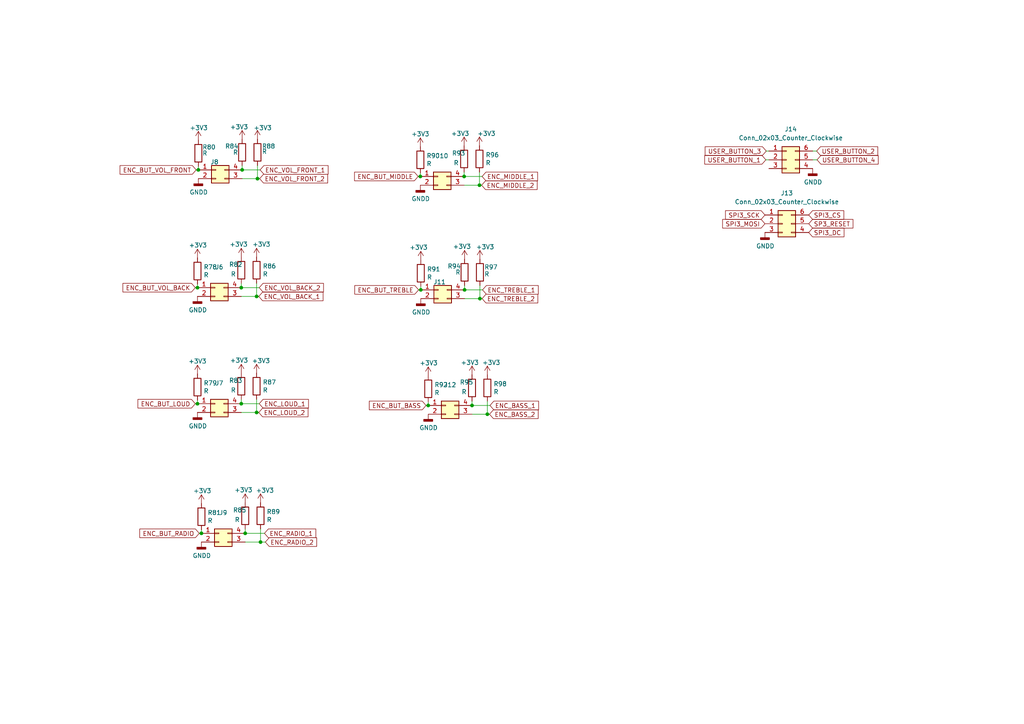
<source format=kicad_sch>
(kicad_sch (version 20211123) (generator eeschema)
  (paper "A4")
  (lib_symbols
    (symbol "Connector_Generic:Conn_02x02_Counter_Clockwise" (pin_names (offset 1.016) hide)
      (property "Reference" "J" (at 1.27 2.54 0))
      (property "Value" "Conn_02x02_Counter_Clockwise" (at 1.27 -5.08 0))
      (symbol "Conn_02x02_Counter_Clockwise_1_1"
        (rectangle (start -1.27 -2.413) (end 0 -2.667) (stroke (width 0.1524)))
        (rectangle (start -1.27 0.127) (end 0 -0.127) (stroke (width 0.1524)))
        (rectangle (start -1.27 1.27) (end 3.81 -3.81) (stroke (width 0.254)) (fill (type background)))
        (rectangle (start 3.81 -2.413) (end 2.54 -2.667) (stroke (width 0.1524)))
        (rectangle (start 3.81 0.127) (end 2.54 -0.127) (stroke (width 0.1524)))
        (pin passive line (at -5.08 0 0) (length 3.81) (name "Pin_1") (number "1"))
        (pin passive line (at -5.08 -2.54 0) (length 3.81) (name "Pin_2") (number "2"))
        (pin passive line (at 7.62 -2.54 180) (length 3.81) (name "Pin_3") (number "3"))
        (pin passive line (at 7.62 0 180) (length 3.81) (name "Pin_4") (number "4"))
      )
    )
    (symbol "Connector_Generic:Conn_02x03_Counter_Clockwise" (pin_names (offset 1.016) hide)
      (property "Reference" "J" (at 1.27 5.08 0))
      (property "Value" "Conn_02x03_Counter_Clockwise" (at 1.27 -5.08 0))
      (symbol "Conn_02x03_Counter_Clockwise_1_1"
        (rectangle (start -1.27 -2.413) (end 0 -2.667) (stroke (width 0.1524)))
        (rectangle (start -1.27 0.127) (end 0 -0.127) (stroke (width 0.1524)))
        (rectangle (start -1.27 2.667) (end 0 2.413) (stroke (width 0.1524)))
        (rectangle (start -1.27 3.81) (end 3.81 -3.81) (stroke (width 0.254)) (fill (type background)))
        (rectangle (start 3.81 -2.413) (end 2.54 -2.667) (stroke (width 0.1524)))
        (rectangle (start 3.81 0.127) (end 2.54 -0.127) (stroke (width 0.1524)))
        (rectangle (start 3.81 2.667) (end 2.54 2.413) (stroke (width 0.1524)))
        (pin passive line (at -5.08 2.54 0) (length 3.81) (name "Pin_1") (number "1"))
        (pin passive line (at -5.08 0 0) (length 3.81) (name "Pin_2") (number "2"))
        (pin passive line (at -5.08 -2.54 0) (length 3.81) (name "Pin_3") (number "3"))
        (pin passive line (at 7.62 -2.54 180) (length 3.81) (name "Pin_4") (number "4"))
        (pin passive line (at 7.62 0 180) (length 3.81) (name "Pin_5") (number "5"))
        (pin passive line (at 7.62 2.54 180) (length 3.81) (name "Pin_6") (number "6"))
      )
    )
    (symbol "Device:R" (pin_numbers hide) (pin_names (offset 0))
      (property "Reference" "R" (at 2.032 0 90))
      (property "Value" "R" (at 0 0 90))
      (symbol "R_0_1"
        (rectangle (start -1.016 -2.54) (end 1.016 2.54) (stroke (width 0.254)))
      )
      (symbol "R_1_1"
        (pin passive line (at 0 3.81 270) (length 1.27) (name "~") (number "1"))
        (pin passive line (at 0 -3.81 90) (length 1.27) (name "~") (number "2"))
      )
    )
    (symbol "power:+3.3V" (power) (pin_names (offset 0))
      (property "Value" "+3.3V" (at 0 3.556 0))
      (symbol "+3.3V_0_1"
        (polyline (pts (xy -0.762 1.27) (xy 0 2.54)))
        (polyline (pts (xy 0 0) (xy 0 2.54)))
        (polyline (pts (xy 0 2.54) (xy 0.762 1.27)))
      )
      (symbol "+3.3V_1_1"
        (pin power_in line (at 0 0 90) (length 0) hide (name "+3V3") (number "1"))
      )
    )
    (symbol "power:GNDD" (power) (pin_names (offset 0))
      (property "Value" "GNDD" (at 0 -3.175 0))
      (symbol "GNDD_0_1"
        (rectangle (start -1.27 -1.524) (end 1.27 -2.032) (stroke (width 0.254)) (fill (type outline)))
        (polyline (pts (xy 0 0) (xy 0 -1.524)))
      )
      (symbol "GNDD_1_1"
        (pin power_in line (at 0 0 270) (length 0) hide (name "GNDD") (number "1"))
      )
    )
  )
  (junction (at 121.92 51.181))
  (junction (at 57.531 49.276))
  (junction (at 74.422 85.979))
  (junction (at 71.12 154.686))
  (junction (at 124.206 117.602))
  (junction (at 70.231 49.276))
  (junction (at 139.065 53.721))
  (junction (at 75.565 157.226))
  (junction (at 141.351 120.142))
  (junction (at 57.277 117.094))
  (junction (at 57.277 83.439))
  (junction (at 139.192 86.614))
  (junction (at 122.047 84.074))
  (junction (at 136.906 117.602))
  (junction (at 134.62 51.181))
  (junction (at 69.977 117.094))
  (junction (at 69.977 83.439))
  (junction (at 74.676 51.816))
  (junction (at 134.747 84.074))
  (junction (at 74.422 119.634))
  (junction (at 58.42 154.686))
  (wire (pts (xy 222.25 43.815) (xy 223.012 43.815)))
  (wire (pts (xy 69.977 83.439) (xy 75.184 83.439)))
  (wire (pts (xy 134.62 51.181) (xy 139.827 51.181)))
  (wire (pts (xy 121.92 50.165) (xy 121.92 51.181)))
  (wire (pts (xy 69.977 119.634) (xy 74.422 119.634)))
  (wire (pts (xy 58.42 153.67) (xy 58.42 154.686)))
  (wire (pts (xy 122.047 83.058) (xy 122.047 84.074)))
  (wire (pts (xy 139.192 82.804) (xy 139.192 86.614)))
  (wire (pts (xy 57.277 82.423) (xy 57.277 83.439)))
  (wire (pts (xy 139.065 53.721) (xy 139.7 53.721)))
  (wire (pts (xy 70.231 51.816) (xy 74.676 51.816)))
  (wire (pts (xy 141.351 120.142) (xy 141.986 120.142)))
  (wire (pts (xy 69.977 85.979) (xy 74.422 85.979)))
  (wire (pts (xy 74.422 115.824) (xy 74.422 119.634)))
  (wire (pts (xy 123.571 117.602) (xy 124.206 117.602)))
  (wire (pts (xy 139.192 86.614) (xy 139.827 86.614)))
  (wire (pts (xy 71.12 153.416) (xy 71.12 154.686)))
  (wire (pts (xy 71.12 154.686) (xy 76.708 154.686)))
  (wire (pts (xy 136.906 120.142) (xy 141.351 120.142)))
  (wire (pts (xy 134.747 84.074) (xy 139.954 84.074)))
  (wire (pts (xy 134.747 82.804) (xy 134.747 84.074)))
  (wire (pts (xy 74.422 85.979) (xy 75.057 85.979)))
  (wire (pts (xy 75.565 157.226) (xy 76.962 157.226)))
  (wire (pts (xy 235.712 46.355) (xy 236.982 46.355)))
  (wire (pts (xy 136.906 117.602) (xy 142.113 117.602)))
  (wire (pts (xy 74.676 51.816) (xy 75.311 51.816)))
  (wire (pts (xy 56.642 83.439) (xy 57.277 83.439)))
  (wire (pts (xy 56.896 49.276) (xy 57.531 49.276)))
  (wire (pts (xy 69.977 117.094) (xy 75.184 117.094)))
  (wire (pts (xy 70.231 49.276) (xy 75.438 49.276)))
  (wire (pts (xy 56.642 117.094) (xy 57.277 117.094)))
  (wire (pts (xy 139.065 49.911) (xy 139.065 53.721)))
  (wire (pts (xy 74.422 82.169) (xy 74.422 85.979)))
  (wire (pts (xy 74.422 119.634) (xy 75.057 119.634)))
  (wire (pts (xy 134.62 49.911) (xy 134.62 51.181)))
  (wire (pts (xy 124.206 116.586) (xy 124.206 117.602)))
  (wire (pts (xy 136.906 116.332) (xy 136.906 117.602)))
  (wire (pts (xy 235.712 43.815) (xy 236.855 43.815)))
  (wire (pts (xy 134.747 86.614) (xy 139.192 86.614)))
  (wire (pts (xy 222.123 46.355) (xy 223.012 46.355)))
  (wire (pts (xy 141.351 116.332) (xy 141.351 120.142)))
  (wire (pts (xy 70.231 48.006) (xy 70.231 49.276)))
  (wire (pts (xy 69.977 115.824) (xy 69.977 117.094)))
  (wire (pts (xy 75.565 153.416) (xy 75.565 157.226)))
  (wire (pts (xy 134.62 53.721) (xy 139.065 53.721)))
  (wire (pts (xy 121.412 84.074) (xy 122.047 84.074)))
  (wire (pts (xy 74.676 48.006) (xy 74.676 51.816)))
  (wire (pts (xy 121.285 51.181) (xy 121.92 51.181)))
  (wire (pts (xy 57.785 154.686) (xy 58.42 154.686)))
  (wire (pts (xy 57.277 116.078) (xy 57.277 117.094)))
  (wire (pts (xy 69.977 82.169) (xy 69.977 83.439)))
  (wire (pts (xy 71.12 157.226) (xy 75.565 157.226)))
  (wire (pts (xy 57.531 48.26) (xy 57.531 49.276)))
  (global_label "ENC_VOL_FRONT_2" (shape input) (at 75.311 51.816 0) (property "Intersheet References" "${INTERSHEET_REFS}" (effects hide)))
  (global_label "ENC_MIDDLE_1" (shape input) (at 139.827 51.181 0) (property "Intersheet References" "${INTERSHEET_REFS}" (effects hide)))
  (global_label "ENC_BUT_BASS" (shape input) (at 123.571 117.602 180) (property "Intersheet References" "${INTERSHEET_REFS}" (effects hide)))
  (global_label "ENC_TREBLE_2" (shape input) (at 139.827 86.614 0) (property "Intersheet References" "${INTERSHEET_REFS}" (effects hide)))
  (global_label "SPI3_SCK" (shape input) (at 221.869 62.357 180) (property "Intersheet References" "${INTERSHEET_REFS}" (effects hide)))
  (global_label "USER_BUTTON_4" (shape input) (at 236.982 46.355 0) (property "Intersheet References" "${INTERSHEET_REFS}" (effects hide)))
  (global_label "ENC_BASS_1" (shape input) (at 142.113 117.602 0) (property "Intersheet References" "${INTERSHEET_REFS}" (effects hide)))
  (global_label "ENC_BUT_TREBLE" (shape input) (at 121.412 84.074 180) (property "Intersheet References" "${INTERSHEET_REFS}" (effects hide)))
  (global_label "ENC_TREBLE_1" (shape input) (at 139.954 84.074 0) (property "Intersheet References" "${INTERSHEET_REFS}" (effects hide)))
  (global_label "ENC_VOL_BACK_2" (shape input) (at 75.184 83.439 0) (property "Intersheet References" "${INTERSHEET_REFS}" (effects hide)))
  (global_label "ENC_LOUD_1" (shape input) (at 75.184 117.094 0) (property "Intersheet References" "${INTERSHEET_REFS}" (effects hide)))
  (global_label "ENC_BASS_2" (shape input) (at 141.986 120.142 0) (property "Intersheet References" "${INTERSHEET_REFS}" (effects hide)))
  (global_label "SP3_RESET" (shape input) (at 234.569 64.897 0) (property "Intersheet References" "${INTERSHEET_REFS}" (effects hide)))
  (global_label "USER_BUTTON_2" (shape input) (at 236.855 43.815 0) (property "Intersheet References" "${INTERSHEET_REFS}" (effects hide)))
  (global_label "USER_BUTTON_3" (shape input) (at 222.25 43.815 180) (property "Intersheet References" "${INTERSHEET_REFS}" (effects hide)))
  (global_label "SPI3_MOSI" (shape input) (at 221.869 64.897 180) (property "Intersheet References" "${INTERSHEET_REFS}" (effects hide)))
  (global_label "ENC_VOL_FRONT_1" (shape input) (at 75.438 49.276 0) (property "Intersheet References" "${INTERSHEET_REFS}" (effects hide)))
  (global_label "ENC_BUT_VOL_FRONT" (shape input) (at 56.896 49.276 180) (property "Intersheet References" "${INTERSHEET_REFS}" (effects hide)))
  (global_label "ENC_RADIO_2" (shape input) (at 76.962 157.226 0) (property "Intersheet References" "${INTERSHEET_REFS}" (effects hide)))
  (global_label "USER_BUTTON_1" (shape input) (at 222.123 46.355 180) (property "Intersheet References" "${INTERSHEET_REFS}" (effects hide)))
  (global_label "ENC_RADIO_1" (shape input) (at 76.708 154.686 0) (property "Intersheet References" "${INTERSHEET_REFS}" (effects hide)))
  (global_label "ENC_BUT_LOUD" (shape input) (at 56.642 117.094 180) (property "Intersheet References" "${INTERSHEET_REFS}" (effects hide)))
  (global_label "ENC_BUT_MIDDLE" (shape input) (at 121.285 51.181 180) (property "Intersheet References" "${INTERSHEET_REFS}" (effects hide)))
  (global_label "ENC_MIDDLE_2" (shape input) (at 139.7 53.721 0) (property "Intersheet References" "${INTERSHEET_REFS}" (effects hide)))
  (global_label "ENC_LOUD_2" (shape input) (at 75.057 119.634 0) (property "Intersheet References" "${INTERSHEET_REFS}" (effects hide)))
  (global_label "ENC_VOL_BACK_1" (shape input) (at 75.057 85.979 0) (property "Intersheet References" "${INTERSHEET_REFS}" (effects hide)))
  (global_label "SPI3_DC" (shape input) (at 234.569 67.437 0) (property "Intersheet References" "${INTERSHEET_REFS}" (effects hide)))
  (global_label "SPI3_CS" (shape input) (at 234.569 62.357 0) (property "Intersheet References" "${INTERSHEET_REFS}" (effects hide)))
  (global_label "ENC_BUT_VOL_BACK" (shape input) (at 56.642 83.439 180) (property "Intersheet References" "${INTERSHEET_REFS}" (effects hide)))
  (global_label "ENC_BUT_RADIO" (shape input) (at 57.785 154.686 180) (property "Intersheet References" "${INTERSHEET_REFS}" (effects hide)))
  (symbol (lib_id "Device:R") (at 74.422 112.014 0) (unit 1)
    (property "Reference" "R87" (at 76.2 110.8456 0) (effects (justify left)))
    (property "Value" "R" (at 76.2 113.157 0) (effects (justify left)))
    (property "Footprint" "Resistor_SMD:R_0805_2012Metric" (effects hide))
  )
  (symbol (lib_id "power:+3.3V") (at 71.12 145.796 0) (unit 1)
    (property "Reference" "#PWR098" (effects hide))
    (property "Value" "+3.3V" (at 70.612 142.113 0))
  )
  (symbol (lib_id "Device:R") (at 74.676 44.196 0) (unit 1)
    (property "Reference" "R88" (at 75.946 42.418 0) (effects (justify left)))
    (property "Value" "R" (at 75.946 43.942 0) (effects (justify left)))
    (property "Footprint" "Resistor_SMD:R_0805_2012Metric" (effects hide))
  )
  (symbol (lib_id "Device:R") (at 74.422 78.359 0) (unit 1)
    (property "Reference" "R86" (at 76.2 77.1906 0) (effects (justify left)))
    (property "Value" "R" (at 76.2 79.502 0) (effects (justify left)))
    (property "Footprint" "Resistor_SMD:R_0805_2012Metric" (effects hide))
  )
  (symbol (lib_id "power:GNDD") (at 221.869 67.437 0) (unit 1)
    (property "Reference" "#PWR0115" (effects hide))
    (property "Value" "GNDD" (at 221.9706 71.374 0))
  )
  (symbol (lib_id "Device:R") (at 71.12 149.606 0) (unit 1)
    (property "Reference" "R85" (at 67.564 147.955 0) (effects (justify left)))
    (property "Value" "R" (at 68.072 150.749 0) (effects (justify left)))
    (property "Footprint" "Resistor_SMD:R_0805_2012Metric" (effects hide))
  )
  (symbol (lib_id "Device:R") (at 141.351 112.522 0) (unit 1)
    (property "Reference" "R98" (at 143.129 111.3536 0) (effects (justify left)))
    (property "Value" "R" (at 143.129 113.665 0) (effects (justify left)))
    (property "Footprint" "Resistor_SMD:R_0805_2012Metric" (effects hide))
  )
  (symbol (lib_id "Device:R") (at 121.92 46.355 0) (unit 1)
    (property "Reference" "R90" (at 123.698 45.1866 0) (effects (justify left)))
    (property "Value" "R" (at 123.698 47.498 0) (effects (justify left)))
    (property "Footprint" "Resistor_SMD:R_0805_2012Metric" (effects hide))
  )
  (symbol (lib_id "Device:R") (at 57.277 112.268 0) (unit 1)
    (property "Reference" "R79" (at 59.055 111.0996 0) (effects (justify left)))
    (property "Value" "R" (at 59.055 113.411 0) (effects (justify left)))
    (property "Footprint" "Resistor_SMD:R_0805_2012Metric" (effects hide))
  )
  (symbol (lib_id "power:+3.3V") (at 69.977 74.549 0) (unit 1)
    (property "Reference" "#PWR095" (effects hide))
    (property "Value" "+3.3V" (at 69.215 70.866 0))
  )
  (symbol (lib_id "Device:R") (at 57.277 78.613 0) (unit 1)
    (property "Reference" "R78" (at 59.055 77.4446 0) (effects (justify left)))
    (property "Value" "R" (at 59.055 79.756 0) (effects (justify left)))
    (property "Footprint" "Resistor_SMD:R_0805_2012Metric" (effects hide))
  )
  (symbol (lib_id "power:+3.3V") (at 134.62 42.291 0) (unit 1)
    (property "Reference" "#PWR0109" (effects hide))
    (property "Value" "+3.3V" (at 133.477 38.735 0))
  )
  (symbol (lib_id "power:GNDD") (at 235.712 48.895 0) (unit 1)
    (property "Reference" "#PWR0116" (effects hide))
    (property "Value" "GNDD" (at 235.8136 52.832 0))
  )
  (symbol (lib_id "Connector_Generic:Conn_02x02_Counter_Clockwise") (at 127.127 84.074 0) (unit 1)
    (property "Reference" "J11" (at 127.508 81.788 0))
    (property "Value" "Conn_02x02_Counter_Clockwise" (effects hide))
    (property "Footprint" "Connector_PinHeader_1.27mm:PinHeader_2x02_P1.27mm_Vertical" (effects hide))
  )
  (symbol (lib_id "power:+3.3V") (at 57.531 40.64 0) (unit 1)
    (property "Reference" "#PWR091" (effects hide))
    (property "Value" "+3.3V" (at 57.658 37.084 0))
  )
  (symbol (lib_id "power:GNDD") (at 57.531 51.816 0) (unit 1)
    (property "Reference" "#PWR092" (effects hide))
    (property "Value" "GNDD" (at 57.6326 55.753 0))
  )
  (symbol (lib_id "power:+3.3V") (at 134.747 75.184 0) (unit 1)
    (property "Reference" "#PWR0110" (effects hide))
    (property "Value" "+3.3V" (at 133.985 71.501 0))
  )
  (symbol (lib_id "Device:R") (at 58.42 149.86 0) (unit 1)
    (property "Reference" "R81" (at 60.198 148.6916 0) (effects (justify left)))
    (property "Value" "R" (at 60.198 151.003 0) (effects (justify left)))
    (property "Footprint" "Resistor_SMD:R_0805_2012Metric" (effects hide))
  )
  (symbol (lib_id "power:+3.3V") (at 57.277 108.458 0) (unit 1)
    (property "Reference" "#PWR084" (effects hide))
    (property "Value" "+3.3V" (at 57.277 104.775 0))
  )
  (symbol (lib_id "power:+3.3V") (at 70.231 40.386 0) (unit 1)
    (property "Reference" "#PWR097" (effects hide))
    (property "Value" "+3.3V" (at 69.342 36.83 0))
  )
  (symbol (lib_id "power:+3.3V") (at 74.676 40.386 0) (unit 1)
    (property "Reference" "#PWR0101" (effects hide))
    (property "Value" "+3.3V" (at 76.2 37.084 0))
  )
  (symbol (lib_id "Device:R") (at 124.206 112.776 0) (unit 1)
    (property "Reference" "R92" (at 125.984 111.6076 0) (effects (justify left)))
    (property "Value" "R" (at 125.984 113.919 0) (effects (justify left)))
    (property "Footprint" "Resistor_SMD:R_0805_2012Metric" (effects hide))
  )
  (symbol (lib_id "Device:R") (at 69.977 112.014 0) (unit 1)
    (property "Reference" "R83" (at 66.421 110.363 0) (effects (justify left)))
    (property "Value" "R" (at 66.929 113.157 0) (effects (justify left)))
    (property "Footprint" "Resistor_SMD:R_0805_2012Metric" (effects hide))
  )
  (symbol (lib_id "Connector_Generic:Conn_02x02_Counter_Clockwise") (at 62.357 83.439 0) (unit 1)
    (property "Reference" "J6" (at 63.627 77.47 0))
    (property "Value" "Conn_02x02_Counter_Clockwise" (effects hide))
    (property "Footprint" "Connector_PinHeader_1.27mm:PinHeader_2x02_P1.27mm_Vertical" (effects hide))
  )
  (symbol (lib_id "power:+3.3V") (at 122.047 75.438 0) (unit 1)
    (property "Reference" "#PWR0105" (effects hide))
    (property "Value" "+3.3V" (at 121.412 71.755 0))
  )
  (symbol (lib_id "Device:R") (at 134.62 46.101 0) (unit 1)
    (property "Reference" "R93" (at 131.064 44.45 0) (effects (justify left)))
    (property "Value" "R" (at 131.572 47.244 0) (effects (justify left)))
    (property "Footprint" "Resistor_SMD:R_0805_2012Metric" (effects hide))
  )
  (symbol (lib_id "power:+3.3V") (at 141.351 108.712 0) (unit 1)
    (property "Reference" "#PWR0114" (effects hide))
    (property "Value" "+3.3V" (at 142.494 105.156 0))
  )
  (symbol (lib_id "power:+3.3V") (at 124.206 108.966 0) (unit 1)
    (property "Reference" "#PWR0107" (effects hide))
    (property "Value" "+3.3V" (at 124.333 105.283 0))
  )
  (symbol (lib_id "Connector_Generic:Conn_02x02_Counter_Clockwise") (at 127 51.181 0) (unit 1)
    (property "Reference" "J10" (at 128.27 45.212 0))
    (property "Value" "Conn_02x02_Counter_Clockwise" (effects hide))
    (property "Footprint" "Connector_PinHeader_1.27mm:PinHeader_2x02_P1.27mm_Vertical" (effects hide))
  )
  (symbol (lib_id "power:+3.3V") (at 139.065 42.291 0) (unit 1)
    (property "Reference" "#PWR0112" (effects hide))
    (property "Value" "+3.3V" (at 141.097 38.735 0))
  )
  (symbol (lib_id "power:GNDD") (at 124.206 120.142 0) (unit 1)
    (property "Reference" "#PWR0108" (effects hide))
    (property "Value" "GNDD" (at 124.3076 124.079 0))
  )
  (symbol (lib_id "power:+3.3V") (at 74.422 108.204 0) (unit 1)
    (property "Reference" "#PWR0100" (effects hide))
    (property "Value" "+3.3V" (at 75.692 104.648 0))
  )
  (symbol (lib_id "Device:R") (at 69.977 78.359 0) (unit 1)
    (property "Reference" "R82" (at 66.421 76.708 0) (effects (justify left)))
    (property "Value" "R" (at 66.929 79.502 0) (effects (justify left)))
    (property "Footprint" "Resistor_SMD:R_0805_2012Metric" (effects hide))
  )
  (symbol (lib_id "power:GNDD") (at 121.92 53.721 0) (unit 1)
    (property "Reference" "#PWR0104" (effects hide))
    (property "Value" "GNDD" (at 122.0216 57.658 0))
  )
  (symbol (lib_id "Device:R") (at 57.531 44.45 0) (unit 1)
    (property "Reference" "R80" (at 58.674 42.672 0) (effects (justify left)))
    (property "Value" "R" (at 58.674 44.45 0) (effects (justify left)))
    (property "Footprint" "Resistor_SMD:R_0805_2012Metric" (effects hide))
  )
  (symbol (lib_id "Connector_Generic:Conn_02x02_Counter_Clockwise") (at 63.5 154.686 0) (unit 1)
    (property "Reference" "J9" (at 64.77 148.717 0))
    (property "Value" "Conn_02x02_Counter_Clockwise" (effects hide))
    (property "Footprint" "Connector_PinHeader_1.27mm:PinHeader_2x02_P1.27mm_Vertical" (effects hide))
  )
  (symbol (lib_id "Device:R") (at 139.192 78.994 0) (unit 1)
    (property "Reference" "R97" (at 140.462 77.47 0) (effects (justify left)))
    (property "Value" "R" (at 140.462 79.502 0) (effects (justify left)))
    (property "Footprint" "Resistor_SMD:R_0805_2012Metric" (effects hide))
  )
  (symbol (lib_id "power:+3.3V") (at 58.42 146.05 0) (unit 1)
    (property "Reference" "#PWR093" (effects hide))
    (property "Value" "+3.3V" (at 58.674 142.367 0))
  )
  (symbol (lib_id "power:+3.3V") (at 121.92 42.545 0) (unit 1)
    (property "Reference" "#PWR0103" (effects hide))
    (property "Value" "+3.3V" (at 121.92 38.862 0))
  )
  (symbol (lib_id "power:GNDD") (at 122.047 86.614 0) (unit 1)
    (property "Reference" "#PWR0106" (effects hide))
    (property "Value" "GNDD" (at 122.1486 90.551 0))
  )
  (symbol (lib_id "Device:R") (at 70.231 44.196 0) (unit 1)
    (property "Reference" "R84" (at 65.278 42.418 0) (effects (justify left)))
    (property "Value" "R" (at 67.564 44.196 0) (effects (justify left)))
    (property "Footprint" "Resistor_SMD:R_0805_2012Metric" (effects hide))
  )
  (symbol (lib_id "power:GNDD") (at 58.42 157.226 0) (unit 1)
    (property "Reference" "#PWR094" (effects hide))
    (property "Value" "GNDD" (at 58.5216 161.163 0))
  )
  (symbol (lib_id "Connector_Generic:Conn_02x02_Counter_Clockwise") (at 62.357 117.094 0) (unit 1)
    (property "Reference" "J7" (at 63.627 111.125 0))
    (property "Value" "Conn_02x02_Counter_Clockwise" (effects hide))
    (property "Footprint" "Connector_PinHeader_1.27mm:PinHeader_2x02_P1.27mm_Vertical" (effects hide))
  )
  (symbol (lib_id "power:+3.3V") (at 136.906 108.712 0) (unit 1)
    (property "Reference" "#PWR0111" (effects hide))
    (property "Value" "+3.3V" (at 136.271 105.156 0))
  )
  (symbol (lib_id "Connector_Generic:Conn_02x02_Counter_Clockwise") (at 129.286 117.602 0) (unit 1)
    (property "Reference" "J12" (at 130.556 111.633 0))
    (property "Value" "Conn_02x02_Counter_Clockwise" (effects hide))
    (property "Footprint" "Connector_PinHeader_1.27mm:PinHeader_2x02_P1.27mm_Vertical" (effects hide))
  )
  (symbol (lib_id "Device:R") (at 139.065 46.101 0) (unit 1)
    (property "Reference" "R96" (at 140.843 44.9326 0) (effects (justify left)))
    (property "Value" "R" (at 140.843 47.244 0) (effects (justify left)))
    (property "Footprint" "Resistor_SMD:R_0805_2012Metric" (effects hide))
  )
  (symbol (lib_id "Connector_Generic:Conn_02x03_Counter_Clockwise") (at 226.949 64.897 0) (unit 1)
    (property "Reference" "J13" (at 228.219 56.007 0))
    (property "Value" "Conn_02x03_Counter_Clockwise" (at 228.219 58.547 0))
    (property "Footprint" "Connector_PinHeader_1.27mm:PinHeader_2x03_P1.27mm_Vertical" (effects hide))
  )
  (symbol (lib_id "power:GNDD") (at 57.277 85.979 0) (unit 1)
    (property "Reference" "#PWR081" (effects hide))
    (property "Value" "GNDD" (at 57.3786 89.916 0))
  )
  (symbol (lib_id "power:+3.3V") (at 139.192 75.184 0) (unit 1)
    (property "Reference" "#PWR0113" (effects hide))
    (property "Value" "+3.3V" (at 140.716 71.628 0))
  )
  (symbol (lib_id "Device:R") (at 122.047 79.248 0) (unit 1)
    (property "Reference" "R91" (at 123.825 78.0796 0) (effects (justify left)))
    (property "Value" "R" (at 123.825 80.391 0) (effects (justify left)))
    (property "Footprint" "Resistor_SMD:R_0805_2012Metric" (effects hide))
  )
  (symbol (lib_id "power:+3.3V") (at 69.977 108.204 0) (unit 1)
    (property "Reference" "#PWR096" (effects hide))
    (property "Value" "+3.3V" (at 69.342 104.521 0))
  )
  (symbol (lib_id "Device:R") (at 136.906 112.522 0) (unit 1)
    (property "Reference" "R95" (at 133.35 110.871 0) (effects (justify left)))
    (property "Value" "R" (at 133.858 113.665 0) (effects (justify left)))
    (property "Footprint" "Resistor_SMD:R_0805_2012Metric" (effects hide))
  )
  (symbol (lib_id "Connector_Generic:Conn_02x03_Counter_Clockwise") (at 228.092 46.355 0) (unit 1)
    (property "Reference" "J14" (at 229.362 37.465 0))
    (property "Value" "Conn_02x03_Counter_Clockwise" (at 229.362 40.005 0))
    (property "Footprint" "Connector_PinHeader_1.27mm:PinHeader_2x03_P1.27mm_Vertical" (effects hide))
  )
  (symbol (lib_id "power:+3.3V") (at 57.277 74.803 0) (unit 1)
    (property "Reference" "#PWR019" (effects hide))
    (property "Value" "+3.3V" (at 57.404 71.12 0))
  )
  (symbol (lib_id "Device:R") (at 75.565 149.606 0) (unit 1)
    (property "Reference" "R89" (at 77.343 148.4376 0) (effects (justify left)))
    (property "Value" "R" (at 77.343 150.749 0) (effects (justify left)))
    (property "Footprint" "Resistor_SMD:R_0805_2012Metric" (effects hide))
  )
  (symbol (lib_id "Connector_Generic:Conn_02x02_Counter_Clockwise") (at 62.611 49.276 0) (unit 1)
    (property "Reference" "J8" (at 62.23 46.99 0))
    (property "Value" "Conn_02x02_Counter_Clockwise" (effects hide))
    (property "Footprint" "Connector_PinHeader_1.27mm:PinHeader_2x02_P1.27mm_Vertical" (effects hide))
  )
  (symbol (lib_id "power:+3.3V") (at 74.422 74.549 0) (unit 1)
    (property "Reference" "#PWR099" (effects hide))
    (property "Value" "+3.3V" (at 75.819 70.866 0))
  )
  (symbol (lib_id "power:+3.3V") (at 75.565 145.796 0) (unit 1)
    (property "Reference" "#PWR0102" (effects hide))
    (property "Value" "+3.3V" (at 76.835 142.24 0))
  )
  (symbol (lib_id "Device:R") (at 134.747 78.994 0) (unit 1)
    (property "Reference" "R94" (at 129.794 77.216 0) (effects (justify left)))
    (property "Value" "R" (at 132.08 78.994 0) (effects (justify left)))
    (property "Footprint" "Resistor_SMD:R_0805_2012Metric" (effects hide))
  )
  (symbol (lib_id "power:GNDD") (at 57.277 119.634 0) (unit 1)
    (property "Reference" "#PWR090" (effects hide))
    (property "Value" "GNDD" (at 57.3786 123.571 0))
  )
)
</source>
